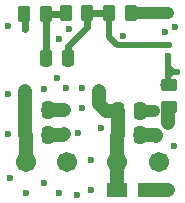
<source format=gbl>
G04 #@! TF.GenerationSoftware,KiCad,Pcbnew,7.0.5-0*
G04 #@! TF.CreationDate,2023-12-12T08:18:18-05:00*
G04 #@! TF.ProjectId,12v5VBuck,31327635-5642-4756-936b-2e6b69636164,rev?*
G04 #@! TF.SameCoordinates,Original*
G04 #@! TF.FileFunction,Copper,L4,Bot*
G04 #@! TF.FilePolarity,Positive*
%FSLAX46Y46*%
G04 Gerber Fmt 4.6, Leading zero omitted, Abs format (unit mm)*
G04 Created by KiCad (PCBNEW 7.0.5-0) date 2023-12-12 08:18:18*
%MOMM*%
%LPD*%
G01*
G04 APERTURE LIST*
G04 Aperture macros list*
%AMRoundRect*
0 Rectangle with rounded corners*
0 $1 Rounding radius*
0 $2 $3 $4 $5 $6 $7 $8 $9 X,Y pos of 4 corners*
0 Add a 4 corners polygon primitive as box body*
4,1,4,$2,$3,$4,$5,$6,$7,$8,$9,$2,$3,0*
0 Add four circle primitives for the rounded corners*
1,1,$1+$1,$2,$3*
1,1,$1+$1,$4,$5*
1,1,$1+$1,$6,$7*
1,1,$1+$1,$8,$9*
0 Add four rect primitives between the rounded corners*
20,1,$1+$1,$2,$3,$4,$5,0*
20,1,$1+$1,$4,$5,$6,$7,0*
20,1,$1+$1,$6,$7,$8,$9,0*
20,1,$1+$1,$8,$9,$2,$3,0*%
G04 Aperture macros list end*
G04 #@! TA.AperFunction,ComponentPad*
%ADD10C,1.701800*%
G04 #@! TD*
G04 #@! TA.AperFunction,SMDPad,CuDef*
%ADD11RoundRect,0.250000X-0.262500X-0.450000X0.262500X-0.450000X0.262500X0.450000X-0.262500X0.450000X0*%
G04 #@! TD*
G04 #@! TA.AperFunction,SMDPad,CuDef*
%ADD12R,1.800000X1.150000*%
G04 #@! TD*
G04 #@! TA.AperFunction,SMDPad,CuDef*
%ADD13RoundRect,0.250000X-0.250000X-0.475000X0.250000X-0.475000X0.250000X0.475000X-0.250000X0.475000X0*%
G04 #@! TD*
G04 #@! TA.AperFunction,SMDPad,CuDef*
%ADD14RoundRect,0.250000X-0.450000X0.262500X-0.450000X-0.262500X0.450000X-0.262500X0.450000X0.262500X0*%
G04 #@! TD*
G04 #@! TA.AperFunction,ViaPad*
%ADD15C,1.200000*%
G04 #@! TD*
G04 #@! TA.AperFunction,ViaPad*
%ADD16C,0.600000*%
G04 #@! TD*
G04 #@! TA.AperFunction,ViaPad*
%ADD17C,1.000000*%
G04 #@! TD*
G04 #@! TA.AperFunction,Conductor*
%ADD18C,1.200000*%
G04 #@! TD*
G04 #@! TA.AperFunction,Conductor*
%ADD19C,1.000000*%
G04 #@! TD*
G04 #@! TA.AperFunction,Conductor*
%ADD20C,0.600000*%
G04 #@! TD*
G04 #@! TA.AperFunction,Conductor*
%ADD21C,0.500000*%
G04 #@! TD*
G04 APERTURE END LIST*
D10*
X60475001Y-30775000D03*
X56974998Y-30775000D03*
X68235001Y-30765000D03*
X64734998Y-30765000D03*
D11*
X64032500Y-18125000D03*
X65857500Y-18125000D03*
D12*
X64700000Y-33100000D03*
X67300000Y-33100000D03*
D13*
X64758726Y-26385000D03*
X66658726Y-26385000D03*
X58650000Y-21955000D03*
X60550000Y-21955000D03*
D11*
X60342500Y-18125000D03*
X62167500Y-18125000D03*
D13*
X64758726Y-28495000D03*
X66658726Y-28495000D03*
D11*
X56842500Y-18175000D03*
X58667500Y-18175000D03*
D13*
X56925000Y-26352060D03*
X58825000Y-26352060D03*
X56925000Y-28442060D03*
X58825000Y-28442060D03*
D14*
X69075000Y-24242500D03*
X69075000Y-26067500D03*
D15*
X63200000Y-24700000D03*
D16*
X59600000Y-23600000D03*
D17*
X67800000Y-26400000D03*
D16*
X62500000Y-33100000D03*
X61700000Y-24500000D03*
X63300000Y-27900000D03*
X61300000Y-33500000D03*
X69500000Y-29400000D03*
X55500000Y-19200000D03*
D17*
X69000000Y-18100000D03*
D16*
X59800000Y-20300000D03*
X55500000Y-25000000D03*
D15*
X69000000Y-33100000D03*
D16*
X61400000Y-28300000D03*
X68800000Y-19700000D03*
X59800000Y-33400000D03*
X57000000Y-33400000D03*
X60400000Y-24500000D03*
X60600000Y-19500000D03*
X62500000Y-30600000D03*
D15*
X60200000Y-26300000D03*
D16*
X65240000Y-20040000D03*
D15*
X60200000Y-28400000D03*
D16*
X55462846Y-28397817D03*
X58500000Y-24600000D03*
X61700000Y-26200000D03*
D15*
X68000000Y-28500000D03*
D16*
X69600000Y-19300000D03*
X55600000Y-32100000D03*
X58500000Y-32500000D03*
D15*
X69000000Y-27400000D03*
D16*
X69100000Y-20800000D03*
X69810307Y-23110308D03*
X69000000Y-21800000D03*
D15*
X56900000Y-24700000D03*
D16*
X56900000Y-19500000D03*
D18*
X63200000Y-24700000D02*
X63200000Y-25800000D01*
X64734998Y-30765000D02*
X64734998Y-33065002D01*
X64758726Y-28495000D02*
X64758726Y-26385000D01*
X64734998Y-28518728D02*
X64758726Y-28495000D01*
X64734998Y-30765000D02*
X64734998Y-28518728D01*
X63785000Y-26385000D02*
X64758726Y-26385000D01*
X63200000Y-25800000D02*
X63785000Y-26385000D01*
X67300000Y-33100000D02*
X69000000Y-33100000D01*
X60147940Y-26352060D02*
X60200000Y-26300000D01*
X60157940Y-28442060D02*
X60200000Y-28400000D01*
D19*
X69000000Y-18100000D02*
X68975000Y-18125000D01*
D18*
X69000000Y-27400000D02*
X69000000Y-26142500D01*
D19*
X66658726Y-26385000D02*
X67785000Y-26385000D01*
X67785000Y-26385000D02*
X67800000Y-26400000D01*
D18*
X58825000Y-28442060D02*
X60157940Y-28442060D01*
X58825000Y-26352060D02*
X60147940Y-26352060D01*
X66658726Y-28495000D02*
X67995000Y-28495000D01*
D19*
X68975000Y-18125000D02*
X65857500Y-18125000D01*
D18*
X67995000Y-28495000D02*
X68000000Y-28500000D01*
D20*
X60292500Y-18175000D02*
X60342500Y-18125000D01*
X58667500Y-18175000D02*
X58667500Y-21937500D01*
X58667500Y-18175000D02*
X60292500Y-18175000D01*
X62167500Y-18125000D02*
X64032500Y-18125000D01*
X62167500Y-19332500D02*
X60550000Y-20950000D01*
D21*
X64700000Y-20800000D02*
X64032500Y-20132500D01*
X64032500Y-20132500D02*
X64032500Y-18125000D01*
X69100000Y-20800000D02*
X64700000Y-20800000D01*
D20*
X60550000Y-20950000D02*
X60550000Y-21955000D01*
X62167500Y-18125000D02*
X62167500Y-19332500D01*
D21*
X69400000Y-23110308D02*
X69400000Y-23100000D01*
X69400000Y-23100000D02*
X69000000Y-22700000D01*
X69400000Y-23110308D02*
X69389692Y-23110308D01*
X69000000Y-23500000D02*
X69000000Y-23817500D01*
X69000000Y-21800000D02*
X69000000Y-22700000D01*
D20*
X68942500Y-24275000D02*
X68975000Y-24242500D01*
D21*
X69400000Y-23110308D02*
X69010308Y-23110308D01*
X69810307Y-23110308D02*
X69400000Y-23110308D01*
X69000000Y-23100000D02*
X69000000Y-23500000D01*
X69389692Y-23110308D02*
X69000000Y-23500000D01*
X69000000Y-23817500D02*
X68575000Y-24242500D01*
X69010308Y-23110308D02*
X69000000Y-23100000D01*
X69000000Y-22700000D02*
X69000000Y-23100000D01*
D18*
X56900000Y-26327060D02*
X56925000Y-26352060D01*
X56925000Y-28442060D02*
X56925000Y-26352060D01*
X56900000Y-24700000D02*
X56900000Y-26327060D01*
X56974998Y-30775000D02*
X56974998Y-28492058D01*
D20*
X56900000Y-19500000D02*
X56900000Y-18232500D01*
X56900000Y-18232500D02*
X56842500Y-18175000D01*
M02*

</source>
